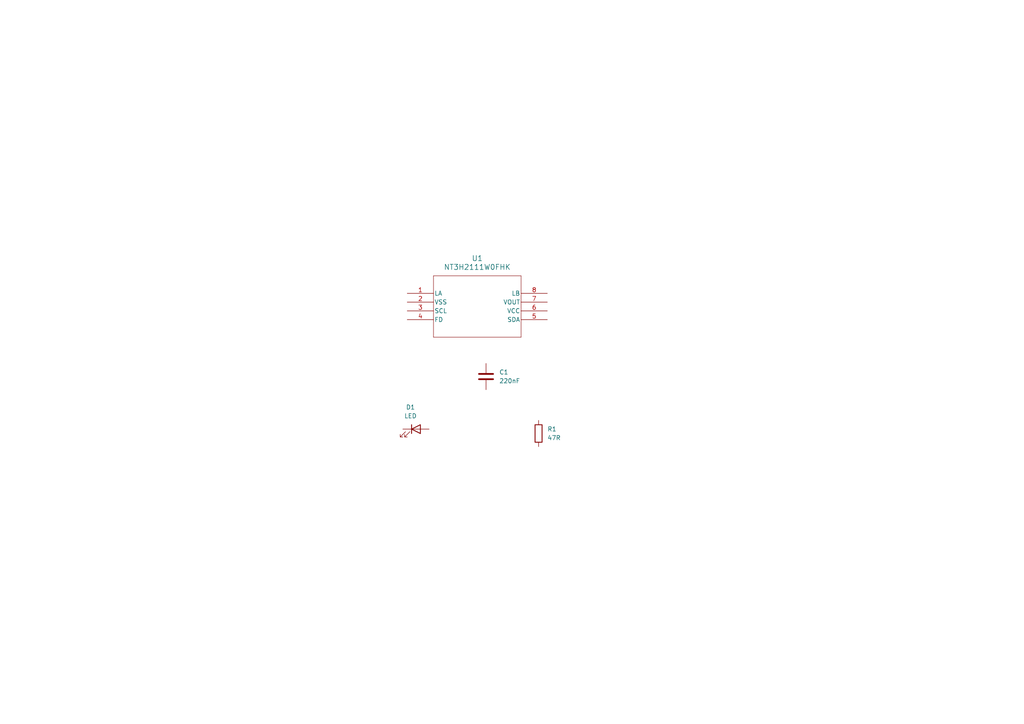
<source format=kicad_sch>
(kicad_sch
	(version 20250114)
	(generator "eeschema")
	(generator_version "9.0")
	(uuid "9631bc28-bca7-48cd-82d4-300016121d04")
	(paper "A4")
	(lib_symbols
		(symbol "Device:C"
			(pin_numbers
				(hide yes)
			)
			(pin_names
				(offset 0.254)
			)
			(exclude_from_sim no)
			(in_bom yes)
			(on_board yes)
			(property "Reference" "C"
				(at 0.635 2.54 0)
				(effects
					(font
						(size 1.27 1.27)
					)
					(justify left)
				)
			)
			(property "Value" "C"
				(at 0.635 -2.54 0)
				(effects
					(font
						(size 1.27 1.27)
					)
					(justify left)
				)
			)
			(property "Footprint" ""
				(at 0.9652 -3.81 0)
				(effects
					(font
						(size 1.27 1.27)
					)
					(hide yes)
				)
			)
			(property "Datasheet" "~"
				(at 0 0 0)
				(effects
					(font
						(size 1.27 1.27)
					)
					(hide yes)
				)
			)
			(property "Description" "Unpolarized capacitor"
				(at 0 0 0)
				(effects
					(font
						(size 1.27 1.27)
					)
					(hide yes)
				)
			)
			(property "ki_keywords" "cap capacitor"
				(at 0 0 0)
				(effects
					(font
						(size 1.27 1.27)
					)
					(hide yes)
				)
			)
			(property "ki_fp_filters" "C_*"
				(at 0 0 0)
				(effects
					(font
						(size 1.27 1.27)
					)
					(hide yes)
				)
			)
			(symbol "C_0_1"
				(polyline
					(pts
						(xy -2.032 0.762) (xy 2.032 0.762)
					)
					(stroke
						(width 0.508)
						(type default)
					)
					(fill
						(type none)
					)
				)
				(polyline
					(pts
						(xy -2.032 -0.762) (xy 2.032 -0.762)
					)
					(stroke
						(width 0.508)
						(type default)
					)
					(fill
						(type none)
					)
				)
			)
			(symbol "C_1_1"
				(pin passive line
					(at 0 3.81 270)
					(length 2.794)
					(name "~"
						(effects
							(font
								(size 1.27 1.27)
							)
						)
					)
					(number "1"
						(effects
							(font
								(size 1.27 1.27)
							)
						)
					)
				)
				(pin passive line
					(at 0 -3.81 90)
					(length 2.794)
					(name "~"
						(effects
							(font
								(size 1.27 1.27)
							)
						)
					)
					(number "2"
						(effects
							(font
								(size 1.27 1.27)
							)
						)
					)
				)
			)
			(embedded_fonts no)
		)
		(symbol "Device:LED"
			(pin_numbers
				(hide yes)
			)
			(pin_names
				(offset 1.016)
				(hide yes)
			)
			(exclude_from_sim no)
			(in_bom yes)
			(on_board yes)
			(property "Reference" "D"
				(at 0 2.54 0)
				(effects
					(font
						(size 1.27 1.27)
					)
				)
			)
			(property "Value" "LED"
				(at 0 -2.54 0)
				(effects
					(font
						(size 1.27 1.27)
					)
				)
			)
			(property "Footprint" ""
				(at 0 0 0)
				(effects
					(font
						(size 1.27 1.27)
					)
					(hide yes)
				)
			)
			(property "Datasheet" "~"
				(at 0 0 0)
				(effects
					(font
						(size 1.27 1.27)
					)
					(hide yes)
				)
			)
			(property "Description" "Light emitting diode"
				(at 0 0 0)
				(effects
					(font
						(size 1.27 1.27)
					)
					(hide yes)
				)
			)
			(property "Sim.Pins" "1=K 2=A"
				(at 0 0 0)
				(effects
					(font
						(size 1.27 1.27)
					)
					(hide yes)
				)
			)
			(property "ki_keywords" "LED diode"
				(at 0 0 0)
				(effects
					(font
						(size 1.27 1.27)
					)
					(hide yes)
				)
			)
			(property "ki_fp_filters" "LED* LED_SMD:* LED_THT:*"
				(at 0 0 0)
				(effects
					(font
						(size 1.27 1.27)
					)
					(hide yes)
				)
			)
			(symbol "LED_0_1"
				(polyline
					(pts
						(xy -3.048 -0.762) (xy -4.572 -2.286) (xy -3.81 -2.286) (xy -4.572 -2.286) (xy -4.572 -1.524)
					)
					(stroke
						(width 0)
						(type default)
					)
					(fill
						(type none)
					)
				)
				(polyline
					(pts
						(xy -1.778 -0.762) (xy -3.302 -2.286) (xy -2.54 -2.286) (xy -3.302 -2.286) (xy -3.302 -1.524)
					)
					(stroke
						(width 0)
						(type default)
					)
					(fill
						(type none)
					)
				)
				(polyline
					(pts
						(xy -1.27 0) (xy 1.27 0)
					)
					(stroke
						(width 0)
						(type default)
					)
					(fill
						(type none)
					)
				)
				(polyline
					(pts
						(xy -1.27 -1.27) (xy -1.27 1.27)
					)
					(stroke
						(width 0.254)
						(type default)
					)
					(fill
						(type none)
					)
				)
				(polyline
					(pts
						(xy 1.27 -1.27) (xy 1.27 1.27) (xy -1.27 0) (xy 1.27 -1.27)
					)
					(stroke
						(width 0.254)
						(type default)
					)
					(fill
						(type none)
					)
				)
			)
			(symbol "LED_1_1"
				(pin passive line
					(at -3.81 0 0)
					(length 2.54)
					(name "K"
						(effects
							(font
								(size 1.27 1.27)
							)
						)
					)
					(number "1"
						(effects
							(font
								(size 1.27 1.27)
							)
						)
					)
				)
				(pin passive line
					(at 3.81 0 180)
					(length 2.54)
					(name "A"
						(effects
							(font
								(size 1.27 1.27)
							)
						)
					)
					(number "2"
						(effects
							(font
								(size 1.27 1.27)
							)
						)
					)
				)
			)
			(embedded_fonts no)
		)
		(symbol "Device:R"
			(pin_numbers
				(hide yes)
			)
			(pin_names
				(offset 0)
			)
			(exclude_from_sim no)
			(in_bom yes)
			(on_board yes)
			(property "Reference" "R"
				(at 2.032 0 90)
				(effects
					(font
						(size 1.27 1.27)
					)
				)
			)
			(property "Value" "R"
				(at 0 0 90)
				(effects
					(font
						(size 1.27 1.27)
					)
				)
			)
			(property "Footprint" ""
				(at -1.778 0 90)
				(effects
					(font
						(size 1.27 1.27)
					)
					(hide yes)
				)
			)
			(property "Datasheet" "~"
				(at 0 0 0)
				(effects
					(font
						(size 1.27 1.27)
					)
					(hide yes)
				)
			)
			(property "Description" "Resistor"
				(at 0 0 0)
				(effects
					(font
						(size 1.27 1.27)
					)
					(hide yes)
				)
			)
			(property "ki_keywords" "R res resistor"
				(at 0 0 0)
				(effects
					(font
						(size 1.27 1.27)
					)
					(hide yes)
				)
			)
			(property "ki_fp_filters" "R_*"
				(at 0 0 0)
				(effects
					(font
						(size 1.27 1.27)
					)
					(hide yes)
				)
			)
			(symbol "R_0_1"
				(rectangle
					(start -1.016 -2.54)
					(end 1.016 2.54)
					(stroke
						(width 0.254)
						(type default)
					)
					(fill
						(type none)
					)
				)
			)
			(symbol "R_1_1"
				(pin passive line
					(at 0 3.81 270)
					(length 1.27)
					(name "~"
						(effects
							(font
								(size 1.27 1.27)
							)
						)
					)
					(number "1"
						(effects
							(font
								(size 1.27 1.27)
							)
						)
					)
				)
				(pin passive line
					(at 0 -3.81 90)
					(length 1.27)
					(name "~"
						(effects
							(font
								(size 1.27 1.27)
							)
						)
					)
					(number "2"
						(effects
							(font
								(size 1.27 1.27)
							)
						)
					)
				)
			)
			(embedded_fonts no)
		)
		(symbol "NT3H2111W0FHKH:NT3H2111W0FHK"
			(pin_names
				(offset 0.254)
			)
			(exclude_from_sim no)
			(in_bom yes)
			(on_board yes)
			(property "Reference" "U"
				(at 20.32 10.16 0)
				(effects
					(font
						(size 1.524 1.524)
					)
				)
			)
			(property "Value" "NT3H2111W0FHK"
				(at 20.32 7.62 0)
				(effects
					(font
						(size 1.524 1.524)
					)
				)
			)
			(property "Footprint" "XQFN8_NT3H2111_NXP"
				(at 0 0 0)
				(effects
					(font
						(size 1.27 1.27)
						(italic yes)
					)
					(hide yes)
				)
			)
			(property "Datasheet" "NT3H2111W0FHK"
				(at 0 0 0)
				(effects
					(font
						(size 1.27 1.27)
						(italic yes)
					)
					(hide yes)
				)
			)
			(property "Description" ""
				(at 0 0 0)
				(effects
					(font
						(size 1.27 1.27)
					)
					(hide yes)
				)
			)
			(property "ki_locked" ""
				(at 0 0 0)
				(effects
					(font
						(size 1.27 1.27)
					)
				)
			)
			(property "ki_keywords" "NT3H2111W0FHK"
				(at 0 0 0)
				(effects
					(font
						(size 1.27 1.27)
					)
					(hide yes)
				)
			)
			(property "ki_fp_filters" "XQFN8_NT3H2111_NXP XQFN8_NT3H2111_NXP-M XQFN8_NT3H2111_NXP-L"
				(at 0 0 0)
				(effects
					(font
						(size 1.27 1.27)
					)
					(hide yes)
				)
			)
			(symbol "NT3H2111W0FHK_0_1"
				(polyline
					(pts
						(xy 7.62 5.08) (xy 7.62 -12.7)
					)
					(stroke
						(width 0.127)
						(type default)
					)
					(fill
						(type none)
					)
				)
				(polyline
					(pts
						(xy 7.62 -12.7) (xy 33.02 -12.7)
					)
					(stroke
						(width 0.127)
						(type default)
					)
					(fill
						(type none)
					)
				)
				(polyline
					(pts
						(xy 33.02 5.08) (xy 7.62 5.08)
					)
					(stroke
						(width 0.127)
						(type default)
					)
					(fill
						(type none)
					)
				)
				(polyline
					(pts
						(xy 33.02 -12.7) (xy 33.02 5.08)
					)
					(stroke
						(width 0.127)
						(type default)
					)
					(fill
						(type none)
					)
				)
				(pin unspecified line
					(at 0 0 0)
					(length 7.62)
					(name "LA"
						(effects
							(font
								(size 1.27 1.27)
							)
						)
					)
					(number "1"
						(effects
							(font
								(size 1.27 1.27)
							)
						)
					)
				)
				(pin power_out line
					(at 0 -2.54 0)
					(length 7.62)
					(name "VSS"
						(effects
							(font
								(size 1.27 1.27)
							)
						)
					)
					(number "2"
						(effects
							(font
								(size 1.27 1.27)
							)
						)
					)
				)
				(pin unspecified line
					(at 0 -5.08 0)
					(length 7.62)
					(name "SCL"
						(effects
							(font
								(size 1.27 1.27)
							)
						)
					)
					(number "3"
						(effects
							(font
								(size 1.27 1.27)
							)
						)
					)
				)
				(pin unspecified line
					(at 0 -7.62 0)
					(length 7.62)
					(name "FD"
						(effects
							(font
								(size 1.27 1.27)
							)
						)
					)
					(number "4"
						(effects
							(font
								(size 1.27 1.27)
							)
						)
					)
				)
				(pin unspecified line
					(at 40.64 0 180)
					(length 7.62)
					(name "LB"
						(effects
							(font
								(size 1.27 1.27)
							)
						)
					)
					(number "8"
						(effects
							(font
								(size 1.27 1.27)
							)
						)
					)
				)
				(pin output line
					(at 40.64 -2.54 180)
					(length 7.62)
					(name "VOUT"
						(effects
							(font
								(size 1.27 1.27)
							)
						)
					)
					(number "7"
						(effects
							(font
								(size 1.27 1.27)
							)
						)
					)
				)
				(pin power_in line
					(at 40.64 -5.08 180)
					(length 7.62)
					(name "VCC"
						(effects
							(font
								(size 1.27 1.27)
							)
						)
					)
					(number "6"
						(effects
							(font
								(size 1.27 1.27)
							)
						)
					)
				)
				(pin unspecified line
					(at 40.64 -7.62 180)
					(length 7.62)
					(name "SDA"
						(effects
							(font
								(size 1.27 1.27)
							)
						)
					)
					(number "5"
						(effects
							(font
								(size 1.27 1.27)
							)
						)
					)
				)
			)
			(embedded_fonts no)
		)
	)
	(symbol
		(lib_id "Device:R")
		(at 156.21 125.73 0)
		(unit 1)
		(exclude_from_sim no)
		(in_bom yes)
		(on_board yes)
		(dnp no)
		(fields_autoplaced yes)
		(uuid "041018db-936d-4736-ba38-8575e5cc64cd")
		(property "Reference" "R1"
			(at 158.75 124.4599 0)
			(effects
				(font
					(size 1.27 1.27)
				)
				(justify left)
			)
		)
		(property "Value" "47R"
			(at 158.75 126.9999 0)
			(effects
				(font
					(size 1.27 1.27)
				)
				(justify left)
			)
		)
		(property "Footprint" "Resistor_SMD:R_0201_0603Metric"
			(at 154.432 125.73 90)
			(effects
				(font
					(size 1.27 1.27)
				)
				(hide yes)
			)
		)
		(property "Datasheet" "~"
			(at 156.21 125.73 0)
			(effects
				(font
					(size 1.27 1.27)
				)
				(hide yes)
			)
		)
		(property "Description" "Resistor"
			(at 156.21 125.73 0)
			(effects
				(font
					(size 1.27 1.27)
				)
				(hide yes)
			)
		)
		(pin "1"
			(uuid "b2299fda-f920-4c29-952e-4fa476bcf0ab")
		)
		(pin "2"
			(uuid "40a9187e-ada2-4323-85dc-ad3553b92e9f")
		)
		(instances
			(project ""
				(path "/9631bc28-bca7-48cd-82d4-300016121d04"
					(reference "R1")
					(unit 1)
				)
			)
		)
	)
	(symbol
		(lib_id "Device:C")
		(at 140.97 109.22 0)
		(unit 1)
		(exclude_from_sim no)
		(in_bom yes)
		(on_board yes)
		(dnp no)
		(fields_autoplaced yes)
		(uuid "3ec54ba8-2d98-44cf-9e77-b586c2fb88d6")
		(property "Reference" "C1"
			(at 144.78 107.9499 0)
			(effects
				(font
					(size 1.27 1.27)
				)
				(justify left)
			)
		)
		(property "Value" "220nF"
			(at 144.78 110.4899 0)
			(effects
				(font
					(size 1.27 1.27)
				)
				(justify left)
			)
		)
		(property "Footprint" "Capacitor_SMD:C_0201_0603Metric"
			(at 141.9352 113.03 0)
			(effects
				(font
					(size 1.27 1.27)
				)
				(hide yes)
			)
		)
		(property "Datasheet" "~"
			(at 140.97 109.22 0)
			(effects
				(font
					(size 1.27 1.27)
				)
				(hide yes)
			)
		)
		(property "Description" "Unpolarized capacitor"
			(at 140.97 109.22 0)
			(effects
				(font
					(size 1.27 1.27)
				)
				(hide yes)
			)
		)
		(pin "1"
			(uuid "58e2d8e3-eb61-4da0-b1a6-d2f809d33740")
		)
		(pin "2"
			(uuid "a3e14ae9-e7fb-4756-b07c-6090ba976098")
		)
		(instances
			(project ""
				(path "/9631bc28-bca7-48cd-82d4-300016121d04"
					(reference "C1")
					(unit 1)
				)
			)
		)
	)
	(symbol
		(lib_id "NT3H2111W0FHKH:NT3H2111W0FHK")
		(at 118.11 85.09 0)
		(unit 1)
		(exclude_from_sim no)
		(in_bom yes)
		(on_board yes)
		(dnp no)
		(fields_autoplaced yes)
		(uuid "d7d72840-5be2-499f-a7cb-8c604ec4522a")
		(property "Reference" "U1"
			(at 138.43 74.93 0)
			(effects
				(font
					(size 1.524 1.524)
				)
			)
		)
		(property "Value" "NT3H2111W0FHK"
			(at 138.43 77.47 0)
			(effects
				(font
					(size 1.524 1.524)
				)
			)
		)
		(property "Footprint" "XQFN8_NT3H2111_NXP"
			(at 118.11 85.09 0)
			(effects
				(font
					(size 1.27 1.27)
					(italic yes)
				)
				(hide yes)
			)
		)
		(property "Datasheet" "NT3H2111W0FHK"
			(at 118.11 85.09 0)
			(effects
				(font
					(size 1.27 1.27)
					(italic yes)
				)
				(hide yes)
			)
		)
		(property "Description" ""
			(at 118.11 85.09 0)
			(effects
				(font
					(size 1.27 1.27)
				)
				(hide yes)
			)
		)
		(pin "6"
			(uuid "4275371a-7c14-4568-b307-0e887ee4e33f")
		)
		(pin "5"
			(uuid "e704cfc8-3061-4bef-8033-eec8d9ba49e9")
		)
		(pin "8"
			(uuid "87cf4508-497d-490f-8a1e-ca9e9d0797ec")
		)
		(pin "1"
			(uuid "22c80ed6-371c-4f8f-8bb0-3cadd33e5df2")
		)
		(pin "4"
			(uuid "5dd8b3d0-a686-4eab-92f0-5c0434c11905")
		)
		(pin "2"
			(uuid "2651dbf0-cc53-4c7c-8289-2cd7116f7628")
		)
		(pin "3"
			(uuid "1e8e6365-3fc1-4f5e-9e06-3905b3ecbb9a")
		)
		(pin "7"
			(uuid "d203a885-328e-4715-938f-3ed3fec1c2f7")
		)
		(instances
			(project ""
				(path "/9631bc28-bca7-48cd-82d4-300016121d04"
					(reference "U1")
					(unit 1)
				)
			)
		)
	)
	(symbol
		(lib_id "Device:LED")
		(at 120.65 124.46 0)
		(unit 1)
		(exclude_from_sim no)
		(in_bom yes)
		(on_board yes)
		(dnp no)
		(fields_autoplaced yes)
		(uuid "e3983618-1685-4983-91bf-531679f0db48")
		(property "Reference" "D1"
			(at 119.0625 118.11 0)
			(effects
				(font
					(size 1.27 1.27)
				)
			)
		)
		(property "Value" "LED"
			(at 119.0625 120.65 0)
			(effects
				(font
					(size 1.27 1.27)
				)
			)
		)
		(property "Footprint" "LED_SMD:LED_PLCC-2_3.4x3.0mm_AK"
			(at 120.65 124.46 0)
			(effects
				(font
					(size 1.27 1.27)
				)
				(hide yes)
			)
		)
		(property "Datasheet" "~"
			(at 120.65 124.46 0)
			(effects
				(font
					(size 1.27 1.27)
				)
				(hide yes)
			)
		)
		(property "Description" "Light emitting diode"
			(at 120.65 124.46 0)
			(effects
				(font
					(size 1.27 1.27)
				)
				(hide yes)
			)
		)
		(property "Sim.Pins" "1=K 2=A"
			(at 120.65 124.46 0)
			(effects
				(font
					(size 1.27 1.27)
				)
				(hide yes)
			)
		)
		(pin "1"
			(uuid "ba3339dd-d180-489f-b1cb-ca61ccff539a")
		)
		(pin "2"
			(uuid "5f1f23fa-76ba-4e6c-8800-084b6ef8480c")
		)
		(instances
			(project ""
				(path "/9631bc28-bca7-48cd-82d4-300016121d04"
					(reference "D1")
					(unit 1)
				)
			)
		)
	)
	(sheet_instances
		(path "/"
			(page "1")
		)
	)
	(embedded_fonts no)
)

</source>
